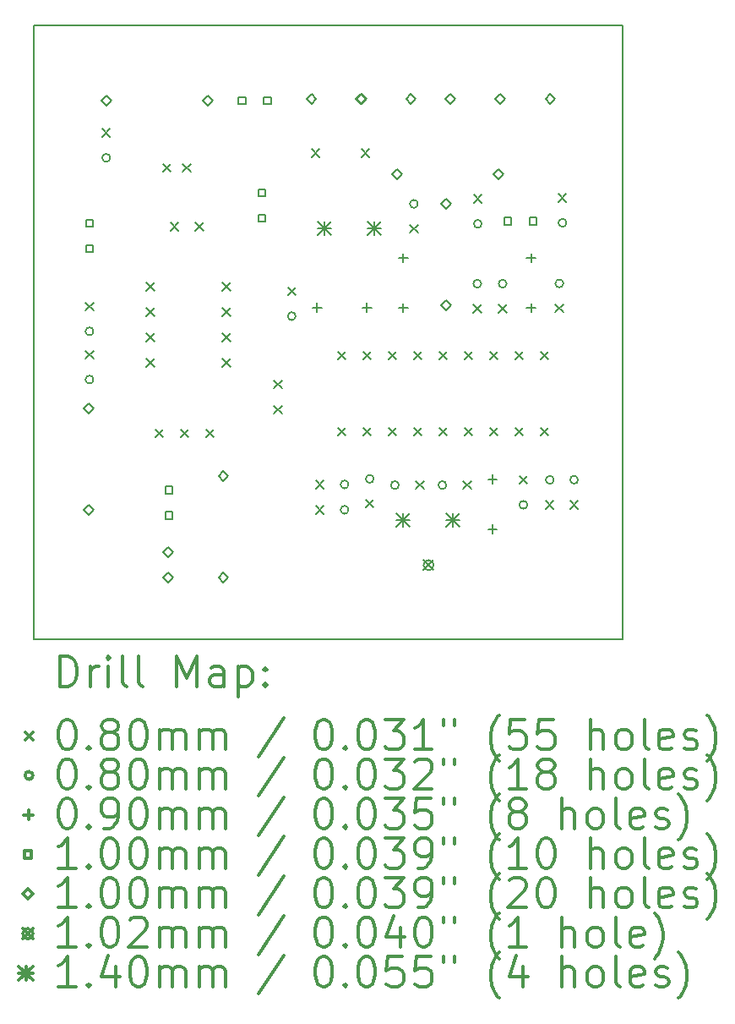
<source format=gbr>
%FSLAX45Y45*%
G04 Gerber Fmt 4.5, Leading zero omitted, Abs format (unit mm)*
G04 Created by KiCad (PCBNEW 4.0.2-stable) date Сб 01 окт 2016 22:47:07*
%MOMM*%
G01*
G04 APERTURE LIST*
%ADD10C,0.127000*%
%ADD11C,0.150000*%
%ADD12C,0.200000*%
%ADD13C,0.300000*%
G04 APERTURE END LIST*
D10*
D11*
X8061960Y-10744200D02*
X8061960Y-16891000D01*
X13959840Y-10744200D02*
X8061960Y-10744200D01*
X13959840Y-16891000D02*
X13959840Y-10744200D01*
X8061960Y-16891000D02*
X13959840Y-16891000D01*
D12*
X8580760Y-13518520D02*
X8660760Y-13598520D01*
X8660760Y-13518520D02*
X8580760Y-13598520D01*
X8580760Y-14001120D02*
X8660760Y-14081120D01*
X8660760Y-14001120D02*
X8580760Y-14081120D01*
X8748400Y-11781160D02*
X8828400Y-11861160D01*
X8828400Y-11781160D02*
X8748400Y-11861160D01*
X9190360Y-13320400D02*
X9270360Y-13400400D01*
X9270360Y-13320400D02*
X9190360Y-13400400D01*
X9190360Y-13574400D02*
X9270360Y-13654400D01*
X9270360Y-13574400D02*
X9190360Y-13654400D01*
X9190360Y-13828400D02*
X9270360Y-13908400D01*
X9270360Y-13828400D02*
X9190360Y-13908400D01*
X9190360Y-14082400D02*
X9270360Y-14162400D01*
X9270360Y-14082400D02*
X9190360Y-14162400D01*
X9281800Y-14791060D02*
X9361800Y-14871060D01*
X9361800Y-14791060D02*
X9281800Y-14871060D01*
X9356120Y-12131680D02*
X9436120Y-12211680D01*
X9436120Y-12131680D02*
X9356120Y-12211680D01*
X9433120Y-12720960D02*
X9513120Y-12800960D01*
X9513120Y-12720960D02*
X9433120Y-12800960D01*
X9535800Y-14791060D02*
X9615800Y-14871060D01*
X9615800Y-14791060D02*
X9535800Y-14871060D01*
X9556120Y-12131680D02*
X9636120Y-12211680D01*
X9636120Y-12131680D02*
X9556120Y-12211680D01*
X9683120Y-12720960D02*
X9763120Y-12800960D01*
X9763120Y-12720960D02*
X9683120Y-12800960D01*
X9789800Y-14791060D02*
X9869800Y-14871060D01*
X9869800Y-14791060D02*
X9789800Y-14871060D01*
X9952360Y-13320400D02*
X10032360Y-13400400D01*
X10032360Y-13320400D02*
X9952360Y-13400400D01*
X9952360Y-13574400D02*
X10032360Y-13654400D01*
X10032360Y-13574400D02*
X9952360Y-13654400D01*
X9952360Y-13828400D02*
X10032360Y-13908400D01*
X10032360Y-13828400D02*
X9952360Y-13908400D01*
X9952360Y-14082400D02*
X10032360Y-14162400D01*
X10032360Y-14082400D02*
X9952360Y-14162400D01*
X10470520Y-14300840D02*
X10550520Y-14380840D01*
X10550520Y-14300840D02*
X10470520Y-14380840D01*
X10470520Y-14550840D02*
X10550520Y-14630840D01*
X10550520Y-14550840D02*
X10470520Y-14630840D01*
X10607680Y-13366120D02*
X10687680Y-13446120D01*
X10687680Y-13366120D02*
X10607680Y-13446120D01*
X10844280Y-11984360D02*
X10924280Y-12064360D01*
X10924280Y-11984360D02*
X10844280Y-12064360D01*
X10887080Y-15301600D02*
X10967080Y-15381600D01*
X10967080Y-15301600D02*
X10887080Y-15381600D01*
X10887080Y-15555600D02*
X10967080Y-15635600D01*
X10967080Y-15555600D02*
X10887080Y-15635600D01*
X11110600Y-14012550D02*
X11190600Y-14092550D01*
X11190600Y-14012550D02*
X11110600Y-14092550D01*
X11110600Y-14774550D02*
X11190600Y-14854550D01*
X11190600Y-14774550D02*
X11110600Y-14854550D01*
X11344280Y-11984360D02*
X11424280Y-12064360D01*
X11424280Y-11984360D02*
X11344280Y-12064360D01*
X11364600Y-14012550D02*
X11444600Y-14092550D01*
X11444600Y-14012550D02*
X11364600Y-14092550D01*
X11364600Y-14774550D02*
X11444600Y-14854550D01*
X11444600Y-14774550D02*
X11364600Y-14854550D01*
X11390000Y-15494640D02*
X11470000Y-15574640D01*
X11470000Y-15494640D02*
X11390000Y-15574640D01*
X11618600Y-14012550D02*
X11698600Y-14092550D01*
X11698600Y-14012550D02*
X11618600Y-14092550D01*
X11618600Y-14774550D02*
X11698600Y-14854550D01*
X11698600Y-14774550D02*
X11618600Y-14854550D01*
X11831960Y-12741280D02*
X11911960Y-12821280D01*
X11911960Y-12741280D02*
X11831960Y-12821280D01*
X11872600Y-14012550D02*
X11952600Y-14092550D01*
X11952600Y-14012550D02*
X11872600Y-14092550D01*
X11872600Y-14774550D02*
X11952600Y-14854550D01*
X11952600Y-14774550D02*
X11872600Y-14854550D01*
X11891650Y-15307950D02*
X11971650Y-15387950D01*
X11971650Y-15307950D02*
X11891650Y-15387950D01*
X12126600Y-14012550D02*
X12206600Y-14092550D01*
X12206600Y-14012550D02*
X12126600Y-14092550D01*
X12126600Y-14774550D02*
X12206600Y-14854550D01*
X12206600Y-14774550D02*
X12126600Y-14854550D01*
X12367900Y-15307950D02*
X12447900Y-15387950D01*
X12447900Y-15307950D02*
X12367900Y-15387950D01*
X12380600Y-14012550D02*
X12460600Y-14092550D01*
X12460600Y-14012550D02*
X12380600Y-14092550D01*
X12380600Y-14774550D02*
X12460600Y-14854550D01*
X12460600Y-14774550D02*
X12380600Y-14854550D01*
X12466960Y-13541380D02*
X12546960Y-13621380D01*
X12546960Y-13541380D02*
X12466960Y-13621380D01*
X12472040Y-12441560D02*
X12552040Y-12521560D01*
X12552040Y-12441560D02*
X12472040Y-12521560D01*
X12634600Y-14012550D02*
X12714600Y-14092550D01*
X12714600Y-14012550D02*
X12634600Y-14092550D01*
X12634600Y-14774550D02*
X12714600Y-14854550D01*
X12714600Y-14774550D02*
X12634600Y-14854550D01*
X12720960Y-13541380D02*
X12800960Y-13621380D01*
X12800960Y-13541380D02*
X12720960Y-13621380D01*
X12888600Y-14012550D02*
X12968600Y-14092550D01*
X12968600Y-14012550D02*
X12888600Y-14092550D01*
X12888600Y-14774550D02*
X12968600Y-14854550D01*
X12968600Y-14774550D02*
X12888600Y-14854550D01*
X12929240Y-15255880D02*
X13009240Y-15335880D01*
X13009240Y-15255880D02*
X12929240Y-15335880D01*
X13142600Y-14012550D02*
X13222600Y-14092550D01*
X13222600Y-14012550D02*
X13142600Y-14092550D01*
X13142600Y-14774550D02*
X13222600Y-14854550D01*
X13222600Y-14774550D02*
X13142600Y-14854550D01*
X13193400Y-15504800D02*
X13273400Y-15584800D01*
X13273400Y-15504800D02*
X13193400Y-15584800D01*
X13289920Y-13538840D02*
X13369920Y-13618840D01*
X13369920Y-13538840D02*
X13289920Y-13618840D01*
X13320400Y-12431400D02*
X13400400Y-12511400D01*
X13400400Y-12431400D02*
X13320400Y-12511400D01*
X13437240Y-15504800D02*
X13517240Y-15584800D01*
X13517240Y-15504800D02*
X13437240Y-15584800D01*
X8660765Y-13808520D02*
G75*
G03X8660765Y-13808520I-40005J0D01*
G01*
X8660765Y-14291120D02*
G75*
G03X8660765Y-14291120I-40005J0D01*
G01*
X8828405Y-12071160D02*
G75*
G03X8828405Y-12071160I-40005J0D01*
G01*
X10687685Y-13656120D02*
G75*
G03X10687685Y-13656120I-40005J0D01*
G01*
X11217085Y-15341600D02*
G75*
G03X11217085Y-15341600I-40005J0D01*
G01*
X11217085Y-15595600D02*
G75*
G03X11217085Y-15595600I-40005J0D01*
G01*
X11470005Y-15284640D02*
G75*
G03X11470005Y-15284640I-40005J0D01*
G01*
X11721655Y-15347950D02*
G75*
G03X11721655Y-15347950I-40005J0D01*
G01*
X11911965Y-12531280D02*
G75*
G03X11911965Y-12531280I-40005J0D01*
G01*
X12197905Y-15347950D02*
G75*
G03X12197905Y-15347950I-40005J0D01*
G01*
X12546965Y-13331380D02*
G75*
G03X12546965Y-13331380I-40005J0D01*
G01*
X12552045Y-12731560D02*
G75*
G03X12552045Y-12731560I-40005J0D01*
G01*
X12800965Y-13331380D02*
G75*
G03X12800965Y-13331380I-40005J0D01*
G01*
X13009245Y-15545880D02*
G75*
G03X13009245Y-15545880I-40005J0D01*
G01*
X13273405Y-15294800D02*
G75*
G03X13273405Y-15294800I-40005J0D01*
G01*
X13369925Y-13328840D02*
G75*
G03X13369925Y-13328840I-40005J0D01*
G01*
X13400405Y-12721400D02*
G75*
G03X13400405Y-12721400I-40005J0D01*
G01*
X13517245Y-15294800D02*
G75*
G03X13517245Y-15294800I-40005J0D01*
G01*
X10901680Y-13523680D02*
X10901680Y-13613680D01*
X10856680Y-13568680D02*
X10946680Y-13568680D01*
X11401680Y-13523680D02*
X11401680Y-13613680D01*
X11356680Y-13568680D02*
X11446680Y-13568680D01*
X11765280Y-13028760D02*
X11765280Y-13118760D01*
X11720280Y-13073760D02*
X11810280Y-13073760D01*
X11765280Y-13528760D02*
X11765280Y-13618760D01*
X11720280Y-13573760D02*
X11810280Y-13573760D01*
X12659360Y-15243640D02*
X12659360Y-15333640D01*
X12614360Y-15288640D02*
X12704360Y-15288640D01*
X12659360Y-15743640D02*
X12659360Y-15833640D01*
X12614360Y-15788640D02*
X12704360Y-15788640D01*
X13045440Y-13028760D02*
X13045440Y-13118760D01*
X13000440Y-13073760D02*
X13090440Y-13073760D01*
X13045440Y-13528760D02*
X13045440Y-13618760D01*
X13000440Y-13573760D02*
X13090440Y-13573760D01*
X8656053Y-12760693D02*
X8656053Y-12690107D01*
X8585467Y-12690107D01*
X8585467Y-12760693D01*
X8656053Y-12760693D01*
X8656053Y-13014693D02*
X8656053Y-12944107D01*
X8585467Y-12944107D01*
X8585467Y-13014693D01*
X8656053Y-13014693D01*
X9452343Y-15431503D02*
X9452343Y-15360917D01*
X9381757Y-15360917D01*
X9381757Y-15431503D01*
X9452343Y-15431503D01*
X9452343Y-15685503D02*
X9452343Y-15614917D01*
X9381757Y-15614917D01*
X9381757Y-15685503D01*
X9452343Y-15685503D01*
X10185133Y-11531333D02*
X10185133Y-11460747D01*
X10114547Y-11460747D01*
X10114547Y-11531333D01*
X10185133Y-11531333D01*
X10383253Y-12455893D02*
X10383253Y-12385307D01*
X10312667Y-12385307D01*
X10312667Y-12455893D01*
X10383253Y-12455893D01*
X10383253Y-12709893D02*
X10383253Y-12639307D01*
X10312667Y-12639307D01*
X10312667Y-12709893D01*
X10383253Y-12709893D01*
X10439133Y-11531333D02*
X10439133Y-11460747D01*
X10368547Y-11460747D01*
X10368547Y-11531333D01*
X10439133Y-11531333D01*
X12847053Y-12740373D02*
X12847053Y-12669787D01*
X12776467Y-12669787D01*
X12776467Y-12740373D01*
X12847053Y-12740373D01*
X13101053Y-12740373D02*
X13101053Y-12669787D01*
X13030467Y-12669787D01*
X13030467Y-12740373D01*
X13101053Y-12740373D01*
X8615680Y-14629638D02*
X8665718Y-14579600D01*
X8615680Y-14529562D01*
X8565642Y-14579600D01*
X8615680Y-14629638D01*
X8615680Y-15645638D02*
X8665718Y-15595600D01*
X8615680Y-15545562D01*
X8565642Y-15595600D01*
X8615680Y-15645638D01*
X8788400Y-11546078D02*
X8838438Y-11496040D01*
X8788400Y-11446002D01*
X8738362Y-11496040D01*
X8788400Y-11546078D01*
X9410700Y-16068548D02*
X9460738Y-16018510D01*
X9410700Y-15968472D01*
X9360662Y-16018510D01*
X9410700Y-16068548D01*
X9410700Y-16322548D02*
X9460738Y-16272510D01*
X9410700Y-16222472D01*
X9360662Y-16272510D01*
X9410700Y-16322548D01*
X9804400Y-11546078D02*
X9854438Y-11496040D01*
X9804400Y-11446002D01*
X9754362Y-11496040D01*
X9804400Y-11546078D01*
X9963150Y-15306548D02*
X10013188Y-15256510D01*
X9963150Y-15206472D01*
X9913112Y-15256510D01*
X9963150Y-15306548D01*
X9963150Y-16322548D02*
X10013188Y-16272510D01*
X9963150Y-16222472D01*
X9913112Y-16272510D01*
X9963150Y-16322548D01*
X10844784Y-11530838D02*
X10894822Y-11480800D01*
X10844784Y-11430762D01*
X10794746Y-11480800D01*
X10844784Y-11530838D01*
X11342624Y-11530838D02*
X11392662Y-11480800D01*
X11342624Y-11430762D01*
X11292586Y-11480800D01*
X11342624Y-11530838D01*
X11344910Y-11530838D02*
X11394948Y-11480800D01*
X11344910Y-11430762D01*
X11294872Y-11480800D01*
X11344910Y-11530838D01*
X11704320Y-12282678D02*
X11754358Y-12232640D01*
X11704320Y-12182602D01*
X11654282Y-12232640D01*
X11704320Y-12282678D01*
X11842750Y-11530838D02*
X11892788Y-11480800D01*
X11842750Y-11430762D01*
X11792712Y-11480800D01*
X11842750Y-11530838D01*
X12192000Y-12578588D02*
X12242038Y-12528550D01*
X12192000Y-12478512D01*
X12141962Y-12528550D01*
X12192000Y-12578588D01*
X12192000Y-13594588D02*
X12242038Y-13544550D01*
X12192000Y-13494512D01*
X12141962Y-13544550D01*
X12192000Y-13594588D01*
X12237720Y-11532108D02*
X12287758Y-11482070D01*
X12237720Y-11432032D01*
X12187682Y-11482070D01*
X12237720Y-11532108D01*
X12720320Y-12282678D02*
X12770358Y-12232640D01*
X12720320Y-12182602D01*
X12670282Y-12232640D01*
X12720320Y-12282678D01*
X12737846Y-11532108D02*
X12787884Y-11482070D01*
X12737846Y-11432032D01*
X12687808Y-11482070D01*
X12737846Y-11532108D01*
X12739370Y-11530838D02*
X12789408Y-11480800D01*
X12739370Y-11430762D01*
X12689332Y-11480800D01*
X12739370Y-11530838D01*
X13239496Y-11530838D02*
X13289534Y-11480800D01*
X13239496Y-11430762D01*
X13189458Y-11480800D01*
X13239496Y-11530838D01*
X11968480Y-16098520D02*
X12070080Y-16200120D01*
X12070080Y-16098520D02*
X11968480Y-16200120D01*
X12070080Y-16149320D02*
G75*
G03X12070080Y-16149320I-50800J0D01*
G01*
X10906887Y-12706223D02*
X11046841Y-12846177D01*
X11046841Y-12706223D02*
X10906887Y-12846177D01*
X10976864Y-12706223D02*
X10976864Y-12846177D01*
X10906887Y-12776200D02*
X11046841Y-12776200D01*
X11406759Y-12706223D02*
X11546713Y-12846177D01*
X11546713Y-12706223D02*
X11406759Y-12846177D01*
X11476736Y-12706223D02*
X11476736Y-12846177D01*
X11406759Y-12776200D02*
X11546713Y-12776200D01*
X11694287Y-15627223D02*
X11834241Y-15767177D01*
X11834241Y-15627223D02*
X11694287Y-15767177D01*
X11764264Y-15627223D02*
X11764264Y-15767177D01*
X11694287Y-15697200D02*
X11834241Y-15697200D01*
X12194159Y-15627223D02*
X12334113Y-15767177D01*
X12334113Y-15627223D02*
X12194159Y-15767177D01*
X12264136Y-15627223D02*
X12264136Y-15767177D01*
X12194159Y-15697200D02*
X12334113Y-15697200D01*
D13*
X8325888Y-17364214D02*
X8325888Y-17064214D01*
X8397317Y-17064214D01*
X8440174Y-17078500D01*
X8468746Y-17107072D01*
X8483031Y-17135643D01*
X8497317Y-17192786D01*
X8497317Y-17235643D01*
X8483031Y-17292786D01*
X8468746Y-17321357D01*
X8440174Y-17349929D01*
X8397317Y-17364214D01*
X8325888Y-17364214D01*
X8625889Y-17364214D02*
X8625889Y-17164214D01*
X8625889Y-17221357D02*
X8640174Y-17192786D01*
X8654460Y-17178500D01*
X8683031Y-17164214D01*
X8711603Y-17164214D01*
X8811603Y-17364214D02*
X8811603Y-17164214D01*
X8811603Y-17064214D02*
X8797317Y-17078500D01*
X8811603Y-17092786D01*
X8825889Y-17078500D01*
X8811603Y-17064214D01*
X8811603Y-17092786D01*
X8997317Y-17364214D02*
X8968746Y-17349929D01*
X8954460Y-17321357D01*
X8954460Y-17064214D01*
X9154460Y-17364214D02*
X9125889Y-17349929D01*
X9111603Y-17321357D01*
X9111603Y-17064214D01*
X9497317Y-17364214D02*
X9497317Y-17064214D01*
X9597317Y-17278500D01*
X9697317Y-17064214D01*
X9697317Y-17364214D01*
X9968746Y-17364214D02*
X9968746Y-17207072D01*
X9954460Y-17178500D01*
X9925889Y-17164214D01*
X9868746Y-17164214D01*
X9840174Y-17178500D01*
X9968746Y-17349929D02*
X9940174Y-17364214D01*
X9868746Y-17364214D01*
X9840174Y-17349929D01*
X9825889Y-17321357D01*
X9825889Y-17292786D01*
X9840174Y-17264214D01*
X9868746Y-17249929D01*
X9940174Y-17249929D01*
X9968746Y-17235643D01*
X10111603Y-17164214D02*
X10111603Y-17464214D01*
X10111603Y-17178500D02*
X10140174Y-17164214D01*
X10197317Y-17164214D01*
X10225889Y-17178500D01*
X10240174Y-17192786D01*
X10254460Y-17221357D01*
X10254460Y-17307072D01*
X10240174Y-17335643D01*
X10225889Y-17349929D01*
X10197317Y-17364214D01*
X10140174Y-17364214D01*
X10111603Y-17349929D01*
X10383031Y-17335643D02*
X10397317Y-17349929D01*
X10383031Y-17364214D01*
X10368746Y-17349929D01*
X10383031Y-17335643D01*
X10383031Y-17364214D01*
X10383031Y-17178500D02*
X10397317Y-17192786D01*
X10383031Y-17207072D01*
X10368746Y-17192786D01*
X10383031Y-17178500D01*
X10383031Y-17207072D01*
X7974460Y-17818500D02*
X8054460Y-17898500D01*
X8054460Y-17818500D02*
X7974460Y-17898500D01*
X8383031Y-17694214D02*
X8411603Y-17694214D01*
X8440174Y-17708500D01*
X8454460Y-17722786D01*
X8468746Y-17751357D01*
X8483031Y-17808500D01*
X8483031Y-17879929D01*
X8468746Y-17937072D01*
X8454460Y-17965643D01*
X8440174Y-17979929D01*
X8411603Y-17994214D01*
X8383031Y-17994214D01*
X8354460Y-17979929D01*
X8340174Y-17965643D01*
X8325888Y-17937072D01*
X8311603Y-17879929D01*
X8311603Y-17808500D01*
X8325888Y-17751357D01*
X8340174Y-17722786D01*
X8354460Y-17708500D01*
X8383031Y-17694214D01*
X8611603Y-17965643D02*
X8625889Y-17979929D01*
X8611603Y-17994214D01*
X8597317Y-17979929D01*
X8611603Y-17965643D01*
X8611603Y-17994214D01*
X8797317Y-17822786D02*
X8768746Y-17808500D01*
X8754460Y-17794214D01*
X8740174Y-17765643D01*
X8740174Y-17751357D01*
X8754460Y-17722786D01*
X8768746Y-17708500D01*
X8797317Y-17694214D01*
X8854460Y-17694214D01*
X8883031Y-17708500D01*
X8897317Y-17722786D01*
X8911603Y-17751357D01*
X8911603Y-17765643D01*
X8897317Y-17794214D01*
X8883031Y-17808500D01*
X8854460Y-17822786D01*
X8797317Y-17822786D01*
X8768746Y-17837072D01*
X8754460Y-17851357D01*
X8740174Y-17879929D01*
X8740174Y-17937072D01*
X8754460Y-17965643D01*
X8768746Y-17979929D01*
X8797317Y-17994214D01*
X8854460Y-17994214D01*
X8883031Y-17979929D01*
X8897317Y-17965643D01*
X8911603Y-17937072D01*
X8911603Y-17879929D01*
X8897317Y-17851357D01*
X8883031Y-17837072D01*
X8854460Y-17822786D01*
X9097317Y-17694214D02*
X9125889Y-17694214D01*
X9154460Y-17708500D01*
X9168746Y-17722786D01*
X9183031Y-17751357D01*
X9197317Y-17808500D01*
X9197317Y-17879929D01*
X9183031Y-17937072D01*
X9168746Y-17965643D01*
X9154460Y-17979929D01*
X9125889Y-17994214D01*
X9097317Y-17994214D01*
X9068746Y-17979929D01*
X9054460Y-17965643D01*
X9040174Y-17937072D01*
X9025889Y-17879929D01*
X9025889Y-17808500D01*
X9040174Y-17751357D01*
X9054460Y-17722786D01*
X9068746Y-17708500D01*
X9097317Y-17694214D01*
X9325889Y-17994214D02*
X9325889Y-17794214D01*
X9325889Y-17822786D02*
X9340174Y-17808500D01*
X9368746Y-17794214D01*
X9411603Y-17794214D01*
X9440174Y-17808500D01*
X9454460Y-17837072D01*
X9454460Y-17994214D01*
X9454460Y-17837072D02*
X9468746Y-17808500D01*
X9497317Y-17794214D01*
X9540174Y-17794214D01*
X9568746Y-17808500D01*
X9583031Y-17837072D01*
X9583031Y-17994214D01*
X9725889Y-17994214D02*
X9725889Y-17794214D01*
X9725889Y-17822786D02*
X9740174Y-17808500D01*
X9768746Y-17794214D01*
X9811603Y-17794214D01*
X9840174Y-17808500D01*
X9854460Y-17837072D01*
X9854460Y-17994214D01*
X9854460Y-17837072D02*
X9868746Y-17808500D01*
X9897317Y-17794214D01*
X9940174Y-17794214D01*
X9968746Y-17808500D01*
X9983031Y-17837072D01*
X9983031Y-17994214D01*
X10568746Y-17679929D02*
X10311603Y-18065643D01*
X10954460Y-17694214D02*
X10983031Y-17694214D01*
X11011603Y-17708500D01*
X11025888Y-17722786D01*
X11040174Y-17751357D01*
X11054460Y-17808500D01*
X11054460Y-17879929D01*
X11040174Y-17937072D01*
X11025888Y-17965643D01*
X11011603Y-17979929D01*
X10983031Y-17994214D01*
X10954460Y-17994214D01*
X10925888Y-17979929D01*
X10911603Y-17965643D01*
X10897317Y-17937072D01*
X10883031Y-17879929D01*
X10883031Y-17808500D01*
X10897317Y-17751357D01*
X10911603Y-17722786D01*
X10925888Y-17708500D01*
X10954460Y-17694214D01*
X11183031Y-17965643D02*
X11197317Y-17979929D01*
X11183031Y-17994214D01*
X11168746Y-17979929D01*
X11183031Y-17965643D01*
X11183031Y-17994214D01*
X11383031Y-17694214D02*
X11411603Y-17694214D01*
X11440174Y-17708500D01*
X11454460Y-17722786D01*
X11468745Y-17751357D01*
X11483031Y-17808500D01*
X11483031Y-17879929D01*
X11468745Y-17937072D01*
X11454460Y-17965643D01*
X11440174Y-17979929D01*
X11411603Y-17994214D01*
X11383031Y-17994214D01*
X11354460Y-17979929D01*
X11340174Y-17965643D01*
X11325888Y-17937072D01*
X11311603Y-17879929D01*
X11311603Y-17808500D01*
X11325888Y-17751357D01*
X11340174Y-17722786D01*
X11354460Y-17708500D01*
X11383031Y-17694214D01*
X11583031Y-17694214D02*
X11768745Y-17694214D01*
X11668745Y-17808500D01*
X11711603Y-17808500D01*
X11740174Y-17822786D01*
X11754460Y-17837072D01*
X11768745Y-17865643D01*
X11768745Y-17937072D01*
X11754460Y-17965643D01*
X11740174Y-17979929D01*
X11711603Y-17994214D01*
X11625888Y-17994214D01*
X11597317Y-17979929D01*
X11583031Y-17965643D01*
X12054460Y-17994214D02*
X11883031Y-17994214D01*
X11968745Y-17994214D02*
X11968745Y-17694214D01*
X11940174Y-17737072D01*
X11911603Y-17765643D01*
X11883031Y-17779929D01*
X12168746Y-17694214D02*
X12168746Y-17751357D01*
X12283031Y-17694214D02*
X12283031Y-17751357D01*
X12725888Y-18108500D02*
X12711603Y-18094214D01*
X12683031Y-18051357D01*
X12668745Y-18022786D01*
X12654460Y-17979929D01*
X12640174Y-17908500D01*
X12640174Y-17851357D01*
X12654460Y-17779929D01*
X12668745Y-17737072D01*
X12683031Y-17708500D01*
X12711603Y-17665643D01*
X12725888Y-17651357D01*
X12983031Y-17694214D02*
X12840174Y-17694214D01*
X12825888Y-17837072D01*
X12840174Y-17822786D01*
X12868745Y-17808500D01*
X12940174Y-17808500D01*
X12968745Y-17822786D01*
X12983031Y-17837072D01*
X12997317Y-17865643D01*
X12997317Y-17937072D01*
X12983031Y-17965643D01*
X12968745Y-17979929D01*
X12940174Y-17994214D01*
X12868745Y-17994214D01*
X12840174Y-17979929D01*
X12825888Y-17965643D01*
X13268745Y-17694214D02*
X13125888Y-17694214D01*
X13111603Y-17837072D01*
X13125888Y-17822786D01*
X13154460Y-17808500D01*
X13225888Y-17808500D01*
X13254460Y-17822786D01*
X13268745Y-17837072D01*
X13283031Y-17865643D01*
X13283031Y-17937072D01*
X13268745Y-17965643D01*
X13254460Y-17979929D01*
X13225888Y-17994214D01*
X13154460Y-17994214D01*
X13125888Y-17979929D01*
X13111603Y-17965643D01*
X13640174Y-17994214D02*
X13640174Y-17694214D01*
X13768745Y-17994214D02*
X13768745Y-17837072D01*
X13754460Y-17808500D01*
X13725888Y-17794214D01*
X13683031Y-17794214D01*
X13654460Y-17808500D01*
X13640174Y-17822786D01*
X13954460Y-17994214D02*
X13925888Y-17979929D01*
X13911603Y-17965643D01*
X13897317Y-17937072D01*
X13897317Y-17851357D01*
X13911603Y-17822786D01*
X13925888Y-17808500D01*
X13954460Y-17794214D01*
X13997317Y-17794214D01*
X14025888Y-17808500D01*
X14040174Y-17822786D01*
X14054460Y-17851357D01*
X14054460Y-17937072D01*
X14040174Y-17965643D01*
X14025888Y-17979929D01*
X13997317Y-17994214D01*
X13954460Y-17994214D01*
X14225888Y-17994214D02*
X14197317Y-17979929D01*
X14183031Y-17951357D01*
X14183031Y-17694214D01*
X14454460Y-17979929D02*
X14425888Y-17994214D01*
X14368746Y-17994214D01*
X14340174Y-17979929D01*
X14325888Y-17951357D01*
X14325888Y-17837072D01*
X14340174Y-17808500D01*
X14368746Y-17794214D01*
X14425888Y-17794214D01*
X14454460Y-17808500D01*
X14468746Y-17837072D01*
X14468746Y-17865643D01*
X14325888Y-17894214D01*
X14583031Y-17979929D02*
X14611603Y-17994214D01*
X14668746Y-17994214D01*
X14697317Y-17979929D01*
X14711603Y-17951357D01*
X14711603Y-17937072D01*
X14697317Y-17908500D01*
X14668746Y-17894214D01*
X14625888Y-17894214D01*
X14597317Y-17879929D01*
X14583031Y-17851357D01*
X14583031Y-17837072D01*
X14597317Y-17808500D01*
X14625888Y-17794214D01*
X14668746Y-17794214D01*
X14697317Y-17808500D01*
X14811603Y-18108500D02*
X14825888Y-18094214D01*
X14854460Y-18051357D01*
X14868746Y-18022786D01*
X14883031Y-17979929D01*
X14897317Y-17908500D01*
X14897317Y-17851357D01*
X14883031Y-17779929D01*
X14868746Y-17737072D01*
X14854460Y-17708500D01*
X14825888Y-17665643D01*
X14811603Y-17651357D01*
X8054460Y-18254500D02*
G75*
G03X8054460Y-18254500I-40005J0D01*
G01*
X8383031Y-18090214D02*
X8411603Y-18090214D01*
X8440174Y-18104500D01*
X8454460Y-18118786D01*
X8468746Y-18147357D01*
X8483031Y-18204500D01*
X8483031Y-18275929D01*
X8468746Y-18333072D01*
X8454460Y-18361643D01*
X8440174Y-18375929D01*
X8411603Y-18390214D01*
X8383031Y-18390214D01*
X8354460Y-18375929D01*
X8340174Y-18361643D01*
X8325888Y-18333072D01*
X8311603Y-18275929D01*
X8311603Y-18204500D01*
X8325888Y-18147357D01*
X8340174Y-18118786D01*
X8354460Y-18104500D01*
X8383031Y-18090214D01*
X8611603Y-18361643D02*
X8625889Y-18375929D01*
X8611603Y-18390214D01*
X8597317Y-18375929D01*
X8611603Y-18361643D01*
X8611603Y-18390214D01*
X8797317Y-18218786D02*
X8768746Y-18204500D01*
X8754460Y-18190214D01*
X8740174Y-18161643D01*
X8740174Y-18147357D01*
X8754460Y-18118786D01*
X8768746Y-18104500D01*
X8797317Y-18090214D01*
X8854460Y-18090214D01*
X8883031Y-18104500D01*
X8897317Y-18118786D01*
X8911603Y-18147357D01*
X8911603Y-18161643D01*
X8897317Y-18190214D01*
X8883031Y-18204500D01*
X8854460Y-18218786D01*
X8797317Y-18218786D01*
X8768746Y-18233072D01*
X8754460Y-18247357D01*
X8740174Y-18275929D01*
X8740174Y-18333072D01*
X8754460Y-18361643D01*
X8768746Y-18375929D01*
X8797317Y-18390214D01*
X8854460Y-18390214D01*
X8883031Y-18375929D01*
X8897317Y-18361643D01*
X8911603Y-18333072D01*
X8911603Y-18275929D01*
X8897317Y-18247357D01*
X8883031Y-18233072D01*
X8854460Y-18218786D01*
X9097317Y-18090214D02*
X9125889Y-18090214D01*
X9154460Y-18104500D01*
X9168746Y-18118786D01*
X9183031Y-18147357D01*
X9197317Y-18204500D01*
X9197317Y-18275929D01*
X9183031Y-18333072D01*
X9168746Y-18361643D01*
X9154460Y-18375929D01*
X9125889Y-18390214D01*
X9097317Y-18390214D01*
X9068746Y-18375929D01*
X9054460Y-18361643D01*
X9040174Y-18333072D01*
X9025889Y-18275929D01*
X9025889Y-18204500D01*
X9040174Y-18147357D01*
X9054460Y-18118786D01*
X9068746Y-18104500D01*
X9097317Y-18090214D01*
X9325889Y-18390214D02*
X9325889Y-18190214D01*
X9325889Y-18218786D02*
X9340174Y-18204500D01*
X9368746Y-18190214D01*
X9411603Y-18190214D01*
X9440174Y-18204500D01*
X9454460Y-18233072D01*
X9454460Y-18390214D01*
X9454460Y-18233072D02*
X9468746Y-18204500D01*
X9497317Y-18190214D01*
X9540174Y-18190214D01*
X9568746Y-18204500D01*
X9583031Y-18233072D01*
X9583031Y-18390214D01*
X9725889Y-18390214D02*
X9725889Y-18190214D01*
X9725889Y-18218786D02*
X9740174Y-18204500D01*
X9768746Y-18190214D01*
X9811603Y-18190214D01*
X9840174Y-18204500D01*
X9854460Y-18233072D01*
X9854460Y-18390214D01*
X9854460Y-18233072D02*
X9868746Y-18204500D01*
X9897317Y-18190214D01*
X9940174Y-18190214D01*
X9968746Y-18204500D01*
X9983031Y-18233072D01*
X9983031Y-18390214D01*
X10568746Y-18075929D02*
X10311603Y-18461643D01*
X10954460Y-18090214D02*
X10983031Y-18090214D01*
X11011603Y-18104500D01*
X11025888Y-18118786D01*
X11040174Y-18147357D01*
X11054460Y-18204500D01*
X11054460Y-18275929D01*
X11040174Y-18333072D01*
X11025888Y-18361643D01*
X11011603Y-18375929D01*
X10983031Y-18390214D01*
X10954460Y-18390214D01*
X10925888Y-18375929D01*
X10911603Y-18361643D01*
X10897317Y-18333072D01*
X10883031Y-18275929D01*
X10883031Y-18204500D01*
X10897317Y-18147357D01*
X10911603Y-18118786D01*
X10925888Y-18104500D01*
X10954460Y-18090214D01*
X11183031Y-18361643D02*
X11197317Y-18375929D01*
X11183031Y-18390214D01*
X11168746Y-18375929D01*
X11183031Y-18361643D01*
X11183031Y-18390214D01*
X11383031Y-18090214D02*
X11411603Y-18090214D01*
X11440174Y-18104500D01*
X11454460Y-18118786D01*
X11468745Y-18147357D01*
X11483031Y-18204500D01*
X11483031Y-18275929D01*
X11468745Y-18333072D01*
X11454460Y-18361643D01*
X11440174Y-18375929D01*
X11411603Y-18390214D01*
X11383031Y-18390214D01*
X11354460Y-18375929D01*
X11340174Y-18361643D01*
X11325888Y-18333072D01*
X11311603Y-18275929D01*
X11311603Y-18204500D01*
X11325888Y-18147357D01*
X11340174Y-18118786D01*
X11354460Y-18104500D01*
X11383031Y-18090214D01*
X11583031Y-18090214D02*
X11768745Y-18090214D01*
X11668745Y-18204500D01*
X11711603Y-18204500D01*
X11740174Y-18218786D01*
X11754460Y-18233072D01*
X11768745Y-18261643D01*
X11768745Y-18333072D01*
X11754460Y-18361643D01*
X11740174Y-18375929D01*
X11711603Y-18390214D01*
X11625888Y-18390214D01*
X11597317Y-18375929D01*
X11583031Y-18361643D01*
X11883031Y-18118786D02*
X11897317Y-18104500D01*
X11925888Y-18090214D01*
X11997317Y-18090214D01*
X12025888Y-18104500D01*
X12040174Y-18118786D01*
X12054460Y-18147357D01*
X12054460Y-18175929D01*
X12040174Y-18218786D01*
X11868745Y-18390214D01*
X12054460Y-18390214D01*
X12168746Y-18090214D02*
X12168746Y-18147357D01*
X12283031Y-18090214D02*
X12283031Y-18147357D01*
X12725888Y-18504500D02*
X12711603Y-18490214D01*
X12683031Y-18447357D01*
X12668745Y-18418786D01*
X12654460Y-18375929D01*
X12640174Y-18304500D01*
X12640174Y-18247357D01*
X12654460Y-18175929D01*
X12668745Y-18133072D01*
X12683031Y-18104500D01*
X12711603Y-18061643D01*
X12725888Y-18047357D01*
X12997317Y-18390214D02*
X12825888Y-18390214D01*
X12911603Y-18390214D02*
X12911603Y-18090214D01*
X12883031Y-18133072D01*
X12854460Y-18161643D01*
X12825888Y-18175929D01*
X13168745Y-18218786D02*
X13140174Y-18204500D01*
X13125888Y-18190214D01*
X13111603Y-18161643D01*
X13111603Y-18147357D01*
X13125888Y-18118786D01*
X13140174Y-18104500D01*
X13168745Y-18090214D01*
X13225888Y-18090214D01*
X13254460Y-18104500D01*
X13268745Y-18118786D01*
X13283031Y-18147357D01*
X13283031Y-18161643D01*
X13268745Y-18190214D01*
X13254460Y-18204500D01*
X13225888Y-18218786D01*
X13168745Y-18218786D01*
X13140174Y-18233072D01*
X13125888Y-18247357D01*
X13111603Y-18275929D01*
X13111603Y-18333072D01*
X13125888Y-18361643D01*
X13140174Y-18375929D01*
X13168745Y-18390214D01*
X13225888Y-18390214D01*
X13254460Y-18375929D01*
X13268745Y-18361643D01*
X13283031Y-18333072D01*
X13283031Y-18275929D01*
X13268745Y-18247357D01*
X13254460Y-18233072D01*
X13225888Y-18218786D01*
X13640174Y-18390214D02*
X13640174Y-18090214D01*
X13768745Y-18390214D02*
X13768745Y-18233072D01*
X13754460Y-18204500D01*
X13725888Y-18190214D01*
X13683031Y-18190214D01*
X13654460Y-18204500D01*
X13640174Y-18218786D01*
X13954460Y-18390214D02*
X13925888Y-18375929D01*
X13911603Y-18361643D01*
X13897317Y-18333072D01*
X13897317Y-18247357D01*
X13911603Y-18218786D01*
X13925888Y-18204500D01*
X13954460Y-18190214D01*
X13997317Y-18190214D01*
X14025888Y-18204500D01*
X14040174Y-18218786D01*
X14054460Y-18247357D01*
X14054460Y-18333072D01*
X14040174Y-18361643D01*
X14025888Y-18375929D01*
X13997317Y-18390214D01*
X13954460Y-18390214D01*
X14225888Y-18390214D02*
X14197317Y-18375929D01*
X14183031Y-18347357D01*
X14183031Y-18090214D01*
X14454460Y-18375929D02*
X14425888Y-18390214D01*
X14368746Y-18390214D01*
X14340174Y-18375929D01*
X14325888Y-18347357D01*
X14325888Y-18233072D01*
X14340174Y-18204500D01*
X14368746Y-18190214D01*
X14425888Y-18190214D01*
X14454460Y-18204500D01*
X14468746Y-18233072D01*
X14468746Y-18261643D01*
X14325888Y-18290214D01*
X14583031Y-18375929D02*
X14611603Y-18390214D01*
X14668746Y-18390214D01*
X14697317Y-18375929D01*
X14711603Y-18347357D01*
X14711603Y-18333072D01*
X14697317Y-18304500D01*
X14668746Y-18290214D01*
X14625888Y-18290214D01*
X14597317Y-18275929D01*
X14583031Y-18247357D01*
X14583031Y-18233072D01*
X14597317Y-18204500D01*
X14625888Y-18190214D01*
X14668746Y-18190214D01*
X14697317Y-18204500D01*
X14811603Y-18504500D02*
X14825888Y-18490214D01*
X14854460Y-18447357D01*
X14868746Y-18418786D01*
X14883031Y-18375929D01*
X14897317Y-18304500D01*
X14897317Y-18247357D01*
X14883031Y-18175929D01*
X14868746Y-18133072D01*
X14854460Y-18104500D01*
X14825888Y-18061643D01*
X14811603Y-18047357D01*
X8009460Y-18605500D02*
X8009460Y-18695500D01*
X7964460Y-18650500D02*
X8054460Y-18650500D01*
X8383031Y-18486214D02*
X8411603Y-18486214D01*
X8440174Y-18500500D01*
X8454460Y-18514786D01*
X8468746Y-18543357D01*
X8483031Y-18600500D01*
X8483031Y-18671929D01*
X8468746Y-18729072D01*
X8454460Y-18757643D01*
X8440174Y-18771929D01*
X8411603Y-18786214D01*
X8383031Y-18786214D01*
X8354460Y-18771929D01*
X8340174Y-18757643D01*
X8325888Y-18729072D01*
X8311603Y-18671929D01*
X8311603Y-18600500D01*
X8325888Y-18543357D01*
X8340174Y-18514786D01*
X8354460Y-18500500D01*
X8383031Y-18486214D01*
X8611603Y-18757643D02*
X8625889Y-18771929D01*
X8611603Y-18786214D01*
X8597317Y-18771929D01*
X8611603Y-18757643D01*
X8611603Y-18786214D01*
X8768746Y-18786214D02*
X8825888Y-18786214D01*
X8854460Y-18771929D01*
X8868746Y-18757643D01*
X8897317Y-18714786D01*
X8911603Y-18657643D01*
X8911603Y-18543357D01*
X8897317Y-18514786D01*
X8883031Y-18500500D01*
X8854460Y-18486214D01*
X8797317Y-18486214D01*
X8768746Y-18500500D01*
X8754460Y-18514786D01*
X8740174Y-18543357D01*
X8740174Y-18614786D01*
X8754460Y-18643357D01*
X8768746Y-18657643D01*
X8797317Y-18671929D01*
X8854460Y-18671929D01*
X8883031Y-18657643D01*
X8897317Y-18643357D01*
X8911603Y-18614786D01*
X9097317Y-18486214D02*
X9125889Y-18486214D01*
X9154460Y-18500500D01*
X9168746Y-18514786D01*
X9183031Y-18543357D01*
X9197317Y-18600500D01*
X9197317Y-18671929D01*
X9183031Y-18729072D01*
X9168746Y-18757643D01*
X9154460Y-18771929D01*
X9125889Y-18786214D01*
X9097317Y-18786214D01*
X9068746Y-18771929D01*
X9054460Y-18757643D01*
X9040174Y-18729072D01*
X9025889Y-18671929D01*
X9025889Y-18600500D01*
X9040174Y-18543357D01*
X9054460Y-18514786D01*
X9068746Y-18500500D01*
X9097317Y-18486214D01*
X9325889Y-18786214D02*
X9325889Y-18586214D01*
X9325889Y-18614786D02*
X9340174Y-18600500D01*
X9368746Y-18586214D01*
X9411603Y-18586214D01*
X9440174Y-18600500D01*
X9454460Y-18629072D01*
X9454460Y-18786214D01*
X9454460Y-18629072D02*
X9468746Y-18600500D01*
X9497317Y-18586214D01*
X9540174Y-18586214D01*
X9568746Y-18600500D01*
X9583031Y-18629072D01*
X9583031Y-18786214D01*
X9725889Y-18786214D02*
X9725889Y-18586214D01*
X9725889Y-18614786D02*
X9740174Y-18600500D01*
X9768746Y-18586214D01*
X9811603Y-18586214D01*
X9840174Y-18600500D01*
X9854460Y-18629072D01*
X9854460Y-18786214D01*
X9854460Y-18629072D02*
X9868746Y-18600500D01*
X9897317Y-18586214D01*
X9940174Y-18586214D01*
X9968746Y-18600500D01*
X9983031Y-18629072D01*
X9983031Y-18786214D01*
X10568746Y-18471929D02*
X10311603Y-18857643D01*
X10954460Y-18486214D02*
X10983031Y-18486214D01*
X11011603Y-18500500D01*
X11025888Y-18514786D01*
X11040174Y-18543357D01*
X11054460Y-18600500D01*
X11054460Y-18671929D01*
X11040174Y-18729072D01*
X11025888Y-18757643D01*
X11011603Y-18771929D01*
X10983031Y-18786214D01*
X10954460Y-18786214D01*
X10925888Y-18771929D01*
X10911603Y-18757643D01*
X10897317Y-18729072D01*
X10883031Y-18671929D01*
X10883031Y-18600500D01*
X10897317Y-18543357D01*
X10911603Y-18514786D01*
X10925888Y-18500500D01*
X10954460Y-18486214D01*
X11183031Y-18757643D02*
X11197317Y-18771929D01*
X11183031Y-18786214D01*
X11168746Y-18771929D01*
X11183031Y-18757643D01*
X11183031Y-18786214D01*
X11383031Y-18486214D02*
X11411603Y-18486214D01*
X11440174Y-18500500D01*
X11454460Y-18514786D01*
X11468745Y-18543357D01*
X11483031Y-18600500D01*
X11483031Y-18671929D01*
X11468745Y-18729072D01*
X11454460Y-18757643D01*
X11440174Y-18771929D01*
X11411603Y-18786214D01*
X11383031Y-18786214D01*
X11354460Y-18771929D01*
X11340174Y-18757643D01*
X11325888Y-18729072D01*
X11311603Y-18671929D01*
X11311603Y-18600500D01*
X11325888Y-18543357D01*
X11340174Y-18514786D01*
X11354460Y-18500500D01*
X11383031Y-18486214D01*
X11583031Y-18486214D02*
X11768745Y-18486214D01*
X11668745Y-18600500D01*
X11711603Y-18600500D01*
X11740174Y-18614786D01*
X11754460Y-18629072D01*
X11768745Y-18657643D01*
X11768745Y-18729072D01*
X11754460Y-18757643D01*
X11740174Y-18771929D01*
X11711603Y-18786214D01*
X11625888Y-18786214D01*
X11597317Y-18771929D01*
X11583031Y-18757643D01*
X12040174Y-18486214D02*
X11897317Y-18486214D01*
X11883031Y-18629072D01*
X11897317Y-18614786D01*
X11925888Y-18600500D01*
X11997317Y-18600500D01*
X12025888Y-18614786D01*
X12040174Y-18629072D01*
X12054460Y-18657643D01*
X12054460Y-18729072D01*
X12040174Y-18757643D01*
X12025888Y-18771929D01*
X11997317Y-18786214D01*
X11925888Y-18786214D01*
X11897317Y-18771929D01*
X11883031Y-18757643D01*
X12168746Y-18486214D02*
X12168746Y-18543357D01*
X12283031Y-18486214D02*
X12283031Y-18543357D01*
X12725888Y-18900500D02*
X12711603Y-18886214D01*
X12683031Y-18843357D01*
X12668745Y-18814786D01*
X12654460Y-18771929D01*
X12640174Y-18700500D01*
X12640174Y-18643357D01*
X12654460Y-18571929D01*
X12668745Y-18529072D01*
X12683031Y-18500500D01*
X12711603Y-18457643D01*
X12725888Y-18443357D01*
X12883031Y-18614786D02*
X12854460Y-18600500D01*
X12840174Y-18586214D01*
X12825888Y-18557643D01*
X12825888Y-18543357D01*
X12840174Y-18514786D01*
X12854460Y-18500500D01*
X12883031Y-18486214D01*
X12940174Y-18486214D01*
X12968745Y-18500500D01*
X12983031Y-18514786D01*
X12997317Y-18543357D01*
X12997317Y-18557643D01*
X12983031Y-18586214D01*
X12968745Y-18600500D01*
X12940174Y-18614786D01*
X12883031Y-18614786D01*
X12854460Y-18629072D01*
X12840174Y-18643357D01*
X12825888Y-18671929D01*
X12825888Y-18729072D01*
X12840174Y-18757643D01*
X12854460Y-18771929D01*
X12883031Y-18786214D01*
X12940174Y-18786214D01*
X12968745Y-18771929D01*
X12983031Y-18757643D01*
X12997317Y-18729072D01*
X12997317Y-18671929D01*
X12983031Y-18643357D01*
X12968745Y-18629072D01*
X12940174Y-18614786D01*
X13354460Y-18786214D02*
X13354460Y-18486214D01*
X13483031Y-18786214D02*
X13483031Y-18629072D01*
X13468745Y-18600500D01*
X13440174Y-18586214D01*
X13397317Y-18586214D01*
X13368745Y-18600500D01*
X13354460Y-18614786D01*
X13668745Y-18786214D02*
X13640174Y-18771929D01*
X13625888Y-18757643D01*
X13611603Y-18729072D01*
X13611603Y-18643357D01*
X13625888Y-18614786D01*
X13640174Y-18600500D01*
X13668745Y-18586214D01*
X13711603Y-18586214D01*
X13740174Y-18600500D01*
X13754460Y-18614786D01*
X13768745Y-18643357D01*
X13768745Y-18729072D01*
X13754460Y-18757643D01*
X13740174Y-18771929D01*
X13711603Y-18786214D01*
X13668745Y-18786214D01*
X13940174Y-18786214D02*
X13911603Y-18771929D01*
X13897317Y-18743357D01*
X13897317Y-18486214D01*
X14168746Y-18771929D02*
X14140174Y-18786214D01*
X14083031Y-18786214D01*
X14054460Y-18771929D01*
X14040174Y-18743357D01*
X14040174Y-18629072D01*
X14054460Y-18600500D01*
X14083031Y-18586214D01*
X14140174Y-18586214D01*
X14168746Y-18600500D01*
X14183031Y-18629072D01*
X14183031Y-18657643D01*
X14040174Y-18686214D01*
X14297317Y-18771929D02*
X14325888Y-18786214D01*
X14383031Y-18786214D01*
X14411603Y-18771929D01*
X14425888Y-18743357D01*
X14425888Y-18729072D01*
X14411603Y-18700500D01*
X14383031Y-18686214D01*
X14340174Y-18686214D01*
X14311603Y-18671929D01*
X14297317Y-18643357D01*
X14297317Y-18629072D01*
X14311603Y-18600500D01*
X14340174Y-18586214D01*
X14383031Y-18586214D01*
X14411603Y-18600500D01*
X14525888Y-18900500D02*
X14540174Y-18886214D01*
X14568746Y-18843357D01*
X14583031Y-18814786D01*
X14597317Y-18771929D01*
X14611603Y-18700500D01*
X14611603Y-18643357D01*
X14597317Y-18571929D01*
X14583031Y-18529072D01*
X14568746Y-18500500D01*
X14540174Y-18457643D01*
X14525888Y-18443357D01*
X8039842Y-19081793D02*
X8039842Y-19011207D01*
X7969256Y-19011207D01*
X7969256Y-19081793D01*
X8039842Y-19081793D01*
X8483031Y-19182214D02*
X8311603Y-19182214D01*
X8397317Y-19182214D02*
X8397317Y-18882214D01*
X8368746Y-18925072D01*
X8340174Y-18953643D01*
X8311603Y-18967929D01*
X8611603Y-19153643D02*
X8625889Y-19167929D01*
X8611603Y-19182214D01*
X8597317Y-19167929D01*
X8611603Y-19153643D01*
X8611603Y-19182214D01*
X8811603Y-18882214D02*
X8840174Y-18882214D01*
X8868746Y-18896500D01*
X8883031Y-18910786D01*
X8897317Y-18939357D01*
X8911603Y-18996500D01*
X8911603Y-19067929D01*
X8897317Y-19125072D01*
X8883031Y-19153643D01*
X8868746Y-19167929D01*
X8840174Y-19182214D01*
X8811603Y-19182214D01*
X8783031Y-19167929D01*
X8768746Y-19153643D01*
X8754460Y-19125072D01*
X8740174Y-19067929D01*
X8740174Y-18996500D01*
X8754460Y-18939357D01*
X8768746Y-18910786D01*
X8783031Y-18896500D01*
X8811603Y-18882214D01*
X9097317Y-18882214D02*
X9125889Y-18882214D01*
X9154460Y-18896500D01*
X9168746Y-18910786D01*
X9183031Y-18939357D01*
X9197317Y-18996500D01*
X9197317Y-19067929D01*
X9183031Y-19125072D01*
X9168746Y-19153643D01*
X9154460Y-19167929D01*
X9125889Y-19182214D01*
X9097317Y-19182214D01*
X9068746Y-19167929D01*
X9054460Y-19153643D01*
X9040174Y-19125072D01*
X9025889Y-19067929D01*
X9025889Y-18996500D01*
X9040174Y-18939357D01*
X9054460Y-18910786D01*
X9068746Y-18896500D01*
X9097317Y-18882214D01*
X9325889Y-19182214D02*
X9325889Y-18982214D01*
X9325889Y-19010786D02*
X9340174Y-18996500D01*
X9368746Y-18982214D01*
X9411603Y-18982214D01*
X9440174Y-18996500D01*
X9454460Y-19025072D01*
X9454460Y-19182214D01*
X9454460Y-19025072D02*
X9468746Y-18996500D01*
X9497317Y-18982214D01*
X9540174Y-18982214D01*
X9568746Y-18996500D01*
X9583031Y-19025072D01*
X9583031Y-19182214D01*
X9725889Y-19182214D02*
X9725889Y-18982214D01*
X9725889Y-19010786D02*
X9740174Y-18996500D01*
X9768746Y-18982214D01*
X9811603Y-18982214D01*
X9840174Y-18996500D01*
X9854460Y-19025072D01*
X9854460Y-19182214D01*
X9854460Y-19025072D02*
X9868746Y-18996500D01*
X9897317Y-18982214D01*
X9940174Y-18982214D01*
X9968746Y-18996500D01*
X9983031Y-19025072D01*
X9983031Y-19182214D01*
X10568746Y-18867929D02*
X10311603Y-19253643D01*
X10954460Y-18882214D02*
X10983031Y-18882214D01*
X11011603Y-18896500D01*
X11025888Y-18910786D01*
X11040174Y-18939357D01*
X11054460Y-18996500D01*
X11054460Y-19067929D01*
X11040174Y-19125072D01*
X11025888Y-19153643D01*
X11011603Y-19167929D01*
X10983031Y-19182214D01*
X10954460Y-19182214D01*
X10925888Y-19167929D01*
X10911603Y-19153643D01*
X10897317Y-19125072D01*
X10883031Y-19067929D01*
X10883031Y-18996500D01*
X10897317Y-18939357D01*
X10911603Y-18910786D01*
X10925888Y-18896500D01*
X10954460Y-18882214D01*
X11183031Y-19153643D02*
X11197317Y-19167929D01*
X11183031Y-19182214D01*
X11168746Y-19167929D01*
X11183031Y-19153643D01*
X11183031Y-19182214D01*
X11383031Y-18882214D02*
X11411603Y-18882214D01*
X11440174Y-18896500D01*
X11454460Y-18910786D01*
X11468745Y-18939357D01*
X11483031Y-18996500D01*
X11483031Y-19067929D01*
X11468745Y-19125072D01*
X11454460Y-19153643D01*
X11440174Y-19167929D01*
X11411603Y-19182214D01*
X11383031Y-19182214D01*
X11354460Y-19167929D01*
X11340174Y-19153643D01*
X11325888Y-19125072D01*
X11311603Y-19067929D01*
X11311603Y-18996500D01*
X11325888Y-18939357D01*
X11340174Y-18910786D01*
X11354460Y-18896500D01*
X11383031Y-18882214D01*
X11583031Y-18882214D02*
X11768745Y-18882214D01*
X11668745Y-18996500D01*
X11711603Y-18996500D01*
X11740174Y-19010786D01*
X11754460Y-19025072D01*
X11768745Y-19053643D01*
X11768745Y-19125072D01*
X11754460Y-19153643D01*
X11740174Y-19167929D01*
X11711603Y-19182214D01*
X11625888Y-19182214D01*
X11597317Y-19167929D01*
X11583031Y-19153643D01*
X11911603Y-19182214D02*
X11968745Y-19182214D01*
X11997317Y-19167929D01*
X12011603Y-19153643D01*
X12040174Y-19110786D01*
X12054460Y-19053643D01*
X12054460Y-18939357D01*
X12040174Y-18910786D01*
X12025888Y-18896500D01*
X11997317Y-18882214D01*
X11940174Y-18882214D01*
X11911603Y-18896500D01*
X11897317Y-18910786D01*
X11883031Y-18939357D01*
X11883031Y-19010786D01*
X11897317Y-19039357D01*
X11911603Y-19053643D01*
X11940174Y-19067929D01*
X11997317Y-19067929D01*
X12025888Y-19053643D01*
X12040174Y-19039357D01*
X12054460Y-19010786D01*
X12168746Y-18882214D02*
X12168746Y-18939357D01*
X12283031Y-18882214D02*
X12283031Y-18939357D01*
X12725888Y-19296500D02*
X12711603Y-19282214D01*
X12683031Y-19239357D01*
X12668745Y-19210786D01*
X12654460Y-19167929D01*
X12640174Y-19096500D01*
X12640174Y-19039357D01*
X12654460Y-18967929D01*
X12668745Y-18925072D01*
X12683031Y-18896500D01*
X12711603Y-18853643D01*
X12725888Y-18839357D01*
X12997317Y-19182214D02*
X12825888Y-19182214D01*
X12911603Y-19182214D02*
X12911603Y-18882214D01*
X12883031Y-18925072D01*
X12854460Y-18953643D01*
X12825888Y-18967929D01*
X13183031Y-18882214D02*
X13211603Y-18882214D01*
X13240174Y-18896500D01*
X13254460Y-18910786D01*
X13268745Y-18939357D01*
X13283031Y-18996500D01*
X13283031Y-19067929D01*
X13268745Y-19125072D01*
X13254460Y-19153643D01*
X13240174Y-19167929D01*
X13211603Y-19182214D01*
X13183031Y-19182214D01*
X13154460Y-19167929D01*
X13140174Y-19153643D01*
X13125888Y-19125072D01*
X13111603Y-19067929D01*
X13111603Y-18996500D01*
X13125888Y-18939357D01*
X13140174Y-18910786D01*
X13154460Y-18896500D01*
X13183031Y-18882214D01*
X13640174Y-19182214D02*
X13640174Y-18882214D01*
X13768745Y-19182214D02*
X13768745Y-19025072D01*
X13754460Y-18996500D01*
X13725888Y-18982214D01*
X13683031Y-18982214D01*
X13654460Y-18996500D01*
X13640174Y-19010786D01*
X13954460Y-19182214D02*
X13925888Y-19167929D01*
X13911603Y-19153643D01*
X13897317Y-19125072D01*
X13897317Y-19039357D01*
X13911603Y-19010786D01*
X13925888Y-18996500D01*
X13954460Y-18982214D01*
X13997317Y-18982214D01*
X14025888Y-18996500D01*
X14040174Y-19010786D01*
X14054460Y-19039357D01*
X14054460Y-19125072D01*
X14040174Y-19153643D01*
X14025888Y-19167929D01*
X13997317Y-19182214D01*
X13954460Y-19182214D01*
X14225888Y-19182214D02*
X14197317Y-19167929D01*
X14183031Y-19139357D01*
X14183031Y-18882214D01*
X14454460Y-19167929D02*
X14425888Y-19182214D01*
X14368746Y-19182214D01*
X14340174Y-19167929D01*
X14325888Y-19139357D01*
X14325888Y-19025072D01*
X14340174Y-18996500D01*
X14368746Y-18982214D01*
X14425888Y-18982214D01*
X14454460Y-18996500D01*
X14468746Y-19025072D01*
X14468746Y-19053643D01*
X14325888Y-19082214D01*
X14583031Y-19167929D02*
X14611603Y-19182214D01*
X14668746Y-19182214D01*
X14697317Y-19167929D01*
X14711603Y-19139357D01*
X14711603Y-19125072D01*
X14697317Y-19096500D01*
X14668746Y-19082214D01*
X14625888Y-19082214D01*
X14597317Y-19067929D01*
X14583031Y-19039357D01*
X14583031Y-19025072D01*
X14597317Y-18996500D01*
X14625888Y-18982214D01*
X14668746Y-18982214D01*
X14697317Y-18996500D01*
X14811603Y-19296500D02*
X14825888Y-19282214D01*
X14854460Y-19239357D01*
X14868746Y-19210786D01*
X14883031Y-19167929D01*
X14897317Y-19096500D01*
X14897317Y-19039357D01*
X14883031Y-18967929D01*
X14868746Y-18925072D01*
X14854460Y-18896500D01*
X14825888Y-18853643D01*
X14811603Y-18839357D01*
X8004422Y-19492538D02*
X8054460Y-19442500D01*
X8004422Y-19392462D01*
X7954384Y-19442500D01*
X8004422Y-19492538D01*
X8483031Y-19578214D02*
X8311603Y-19578214D01*
X8397317Y-19578214D02*
X8397317Y-19278214D01*
X8368746Y-19321072D01*
X8340174Y-19349643D01*
X8311603Y-19363929D01*
X8611603Y-19549643D02*
X8625889Y-19563929D01*
X8611603Y-19578214D01*
X8597317Y-19563929D01*
X8611603Y-19549643D01*
X8611603Y-19578214D01*
X8811603Y-19278214D02*
X8840174Y-19278214D01*
X8868746Y-19292500D01*
X8883031Y-19306786D01*
X8897317Y-19335357D01*
X8911603Y-19392500D01*
X8911603Y-19463929D01*
X8897317Y-19521072D01*
X8883031Y-19549643D01*
X8868746Y-19563929D01*
X8840174Y-19578214D01*
X8811603Y-19578214D01*
X8783031Y-19563929D01*
X8768746Y-19549643D01*
X8754460Y-19521072D01*
X8740174Y-19463929D01*
X8740174Y-19392500D01*
X8754460Y-19335357D01*
X8768746Y-19306786D01*
X8783031Y-19292500D01*
X8811603Y-19278214D01*
X9097317Y-19278214D02*
X9125889Y-19278214D01*
X9154460Y-19292500D01*
X9168746Y-19306786D01*
X9183031Y-19335357D01*
X9197317Y-19392500D01*
X9197317Y-19463929D01*
X9183031Y-19521072D01*
X9168746Y-19549643D01*
X9154460Y-19563929D01*
X9125889Y-19578214D01*
X9097317Y-19578214D01*
X9068746Y-19563929D01*
X9054460Y-19549643D01*
X9040174Y-19521072D01*
X9025889Y-19463929D01*
X9025889Y-19392500D01*
X9040174Y-19335357D01*
X9054460Y-19306786D01*
X9068746Y-19292500D01*
X9097317Y-19278214D01*
X9325889Y-19578214D02*
X9325889Y-19378214D01*
X9325889Y-19406786D02*
X9340174Y-19392500D01*
X9368746Y-19378214D01*
X9411603Y-19378214D01*
X9440174Y-19392500D01*
X9454460Y-19421072D01*
X9454460Y-19578214D01*
X9454460Y-19421072D02*
X9468746Y-19392500D01*
X9497317Y-19378214D01*
X9540174Y-19378214D01*
X9568746Y-19392500D01*
X9583031Y-19421072D01*
X9583031Y-19578214D01*
X9725889Y-19578214D02*
X9725889Y-19378214D01*
X9725889Y-19406786D02*
X9740174Y-19392500D01*
X9768746Y-19378214D01*
X9811603Y-19378214D01*
X9840174Y-19392500D01*
X9854460Y-19421072D01*
X9854460Y-19578214D01*
X9854460Y-19421072D02*
X9868746Y-19392500D01*
X9897317Y-19378214D01*
X9940174Y-19378214D01*
X9968746Y-19392500D01*
X9983031Y-19421072D01*
X9983031Y-19578214D01*
X10568746Y-19263929D02*
X10311603Y-19649643D01*
X10954460Y-19278214D02*
X10983031Y-19278214D01*
X11011603Y-19292500D01*
X11025888Y-19306786D01*
X11040174Y-19335357D01*
X11054460Y-19392500D01*
X11054460Y-19463929D01*
X11040174Y-19521072D01*
X11025888Y-19549643D01*
X11011603Y-19563929D01*
X10983031Y-19578214D01*
X10954460Y-19578214D01*
X10925888Y-19563929D01*
X10911603Y-19549643D01*
X10897317Y-19521072D01*
X10883031Y-19463929D01*
X10883031Y-19392500D01*
X10897317Y-19335357D01*
X10911603Y-19306786D01*
X10925888Y-19292500D01*
X10954460Y-19278214D01*
X11183031Y-19549643D02*
X11197317Y-19563929D01*
X11183031Y-19578214D01*
X11168746Y-19563929D01*
X11183031Y-19549643D01*
X11183031Y-19578214D01*
X11383031Y-19278214D02*
X11411603Y-19278214D01*
X11440174Y-19292500D01*
X11454460Y-19306786D01*
X11468745Y-19335357D01*
X11483031Y-19392500D01*
X11483031Y-19463929D01*
X11468745Y-19521072D01*
X11454460Y-19549643D01*
X11440174Y-19563929D01*
X11411603Y-19578214D01*
X11383031Y-19578214D01*
X11354460Y-19563929D01*
X11340174Y-19549643D01*
X11325888Y-19521072D01*
X11311603Y-19463929D01*
X11311603Y-19392500D01*
X11325888Y-19335357D01*
X11340174Y-19306786D01*
X11354460Y-19292500D01*
X11383031Y-19278214D01*
X11583031Y-19278214D02*
X11768745Y-19278214D01*
X11668745Y-19392500D01*
X11711603Y-19392500D01*
X11740174Y-19406786D01*
X11754460Y-19421072D01*
X11768745Y-19449643D01*
X11768745Y-19521072D01*
X11754460Y-19549643D01*
X11740174Y-19563929D01*
X11711603Y-19578214D01*
X11625888Y-19578214D01*
X11597317Y-19563929D01*
X11583031Y-19549643D01*
X11911603Y-19578214D02*
X11968745Y-19578214D01*
X11997317Y-19563929D01*
X12011603Y-19549643D01*
X12040174Y-19506786D01*
X12054460Y-19449643D01*
X12054460Y-19335357D01*
X12040174Y-19306786D01*
X12025888Y-19292500D01*
X11997317Y-19278214D01*
X11940174Y-19278214D01*
X11911603Y-19292500D01*
X11897317Y-19306786D01*
X11883031Y-19335357D01*
X11883031Y-19406786D01*
X11897317Y-19435357D01*
X11911603Y-19449643D01*
X11940174Y-19463929D01*
X11997317Y-19463929D01*
X12025888Y-19449643D01*
X12040174Y-19435357D01*
X12054460Y-19406786D01*
X12168746Y-19278214D02*
X12168746Y-19335357D01*
X12283031Y-19278214D02*
X12283031Y-19335357D01*
X12725888Y-19692500D02*
X12711603Y-19678214D01*
X12683031Y-19635357D01*
X12668745Y-19606786D01*
X12654460Y-19563929D01*
X12640174Y-19492500D01*
X12640174Y-19435357D01*
X12654460Y-19363929D01*
X12668745Y-19321072D01*
X12683031Y-19292500D01*
X12711603Y-19249643D01*
X12725888Y-19235357D01*
X12825888Y-19306786D02*
X12840174Y-19292500D01*
X12868745Y-19278214D01*
X12940174Y-19278214D01*
X12968745Y-19292500D01*
X12983031Y-19306786D01*
X12997317Y-19335357D01*
X12997317Y-19363929D01*
X12983031Y-19406786D01*
X12811603Y-19578214D01*
X12997317Y-19578214D01*
X13183031Y-19278214D02*
X13211603Y-19278214D01*
X13240174Y-19292500D01*
X13254460Y-19306786D01*
X13268745Y-19335357D01*
X13283031Y-19392500D01*
X13283031Y-19463929D01*
X13268745Y-19521072D01*
X13254460Y-19549643D01*
X13240174Y-19563929D01*
X13211603Y-19578214D01*
X13183031Y-19578214D01*
X13154460Y-19563929D01*
X13140174Y-19549643D01*
X13125888Y-19521072D01*
X13111603Y-19463929D01*
X13111603Y-19392500D01*
X13125888Y-19335357D01*
X13140174Y-19306786D01*
X13154460Y-19292500D01*
X13183031Y-19278214D01*
X13640174Y-19578214D02*
X13640174Y-19278214D01*
X13768745Y-19578214D02*
X13768745Y-19421072D01*
X13754460Y-19392500D01*
X13725888Y-19378214D01*
X13683031Y-19378214D01*
X13654460Y-19392500D01*
X13640174Y-19406786D01*
X13954460Y-19578214D02*
X13925888Y-19563929D01*
X13911603Y-19549643D01*
X13897317Y-19521072D01*
X13897317Y-19435357D01*
X13911603Y-19406786D01*
X13925888Y-19392500D01*
X13954460Y-19378214D01*
X13997317Y-19378214D01*
X14025888Y-19392500D01*
X14040174Y-19406786D01*
X14054460Y-19435357D01*
X14054460Y-19521072D01*
X14040174Y-19549643D01*
X14025888Y-19563929D01*
X13997317Y-19578214D01*
X13954460Y-19578214D01*
X14225888Y-19578214D02*
X14197317Y-19563929D01*
X14183031Y-19535357D01*
X14183031Y-19278214D01*
X14454460Y-19563929D02*
X14425888Y-19578214D01*
X14368746Y-19578214D01*
X14340174Y-19563929D01*
X14325888Y-19535357D01*
X14325888Y-19421072D01*
X14340174Y-19392500D01*
X14368746Y-19378214D01*
X14425888Y-19378214D01*
X14454460Y-19392500D01*
X14468746Y-19421072D01*
X14468746Y-19449643D01*
X14325888Y-19478214D01*
X14583031Y-19563929D02*
X14611603Y-19578214D01*
X14668746Y-19578214D01*
X14697317Y-19563929D01*
X14711603Y-19535357D01*
X14711603Y-19521072D01*
X14697317Y-19492500D01*
X14668746Y-19478214D01*
X14625888Y-19478214D01*
X14597317Y-19463929D01*
X14583031Y-19435357D01*
X14583031Y-19421072D01*
X14597317Y-19392500D01*
X14625888Y-19378214D01*
X14668746Y-19378214D01*
X14697317Y-19392500D01*
X14811603Y-19692500D02*
X14825888Y-19678214D01*
X14854460Y-19635357D01*
X14868746Y-19606786D01*
X14883031Y-19563929D01*
X14897317Y-19492500D01*
X14897317Y-19435357D01*
X14883031Y-19363929D01*
X14868746Y-19321072D01*
X14854460Y-19292500D01*
X14825888Y-19249643D01*
X14811603Y-19235357D01*
X7952860Y-19787700D02*
X8054460Y-19889300D01*
X8054460Y-19787700D02*
X7952860Y-19889300D01*
X8054460Y-19838500D02*
G75*
G03X8054460Y-19838500I-50800J0D01*
G01*
X8483031Y-19974214D02*
X8311603Y-19974214D01*
X8397317Y-19974214D02*
X8397317Y-19674214D01*
X8368746Y-19717072D01*
X8340174Y-19745643D01*
X8311603Y-19759929D01*
X8611603Y-19945643D02*
X8625889Y-19959929D01*
X8611603Y-19974214D01*
X8597317Y-19959929D01*
X8611603Y-19945643D01*
X8611603Y-19974214D01*
X8811603Y-19674214D02*
X8840174Y-19674214D01*
X8868746Y-19688500D01*
X8883031Y-19702786D01*
X8897317Y-19731357D01*
X8911603Y-19788500D01*
X8911603Y-19859929D01*
X8897317Y-19917072D01*
X8883031Y-19945643D01*
X8868746Y-19959929D01*
X8840174Y-19974214D01*
X8811603Y-19974214D01*
X8783031Y-19959929D01*
X8768746Y-19945643D01*
X8754460Y-19917072D01*
X8740174Y-19859929D01*
X8740174Y-19788500D01*
X8754460Y-19731357D01*
X8768746Y-19702786D01*
X8783031Y-19688500D01*
X8811603Y-19674214D01*
X9025889Y-19702786D02*
X9040174Y-19688500D01*
X9068746Y-19674214D01*
X9140174Y-19674214D01*
X9168746Y-19688500D01*
X9183031Y-19702786D01*
X9197317Y-19731357D01*
X9197317Y-19759929D01*
X9183031Y-19802786D01*
X9011603Y-19974214D01*
X9197317Y-19974214D01*
X9325889Y-19974214D02*
X9325889Y-19774214D01*
X9325889Y-19802786D02*
X9340174Y-19788500D01*
X9368746Y-19774214D01*
X9411603Y-19774214D01*
X9440174Y-19788500D01*
X9454460Y-19817072D01*
X9454460Y-19974214D01*
X9454460Y-19817072D02*
X9468746Y-19788500D01*
X9497317Y-19774214D01*
X9540174Y-19774214D01*
X9568746Y-19788500D01*
X9583031Y-19817072D01*
X9583031Y-19974214D01*
X9725889Y-19974214D02*
X9725889Y-19774214D01*
X9725889Y-19802786D02*
X9740174Y-19788500D01*
X9768746Y-19774214D01*
X9811603Y-19774214D01*
X9840174Y-19788500D01*
X9854460Y-19817072D01*
X9854460Y-19974214D01*
X9854460Y-19817072D02*
X9868746Y-19788500D01*
X9897317Y-19774214D01*
X9940174Y-19774214D01*
X9968746Y-19788500D01*
X9983031Y-19817072D01*
X9983031Y-19974214D01*
X10568746Y-19659929D02*
X10311603Y-20045643D01*
X10954460Y-19674214D02*
X10983031Y-19674214D01*
X11011603Y-19688500D01*
X11025888Y-19702786D01*
X11040174Y-19731357D01*
X11054460Y-19788500D01*
X11054460Y-19859929D01*
X11040174Y-19917072D01*
X11025888Y-19945643D01*
X11011603Y-19959929D01*
X10983031Y-19974214D01*
X10954460Y-19974214D01*
X10925888Y-19959929D01*
X10911603Y-19945643D01*
X10897317Y-19917072D01*
X10883031Y-19859929D01*
X10883031Y-19788500D01*
X10897317Y-19731357D01*
X10911603Y-19702786D01*
X10925888Y-19688500D01*
X10954460Y-19674214D01*
X11183031Y-19945643D02*
X11197317Y-19959929D01*
X11183031Y-19974214D01*
X11168746Y-19959929D01*
X11183031Y-19945643D01*
X11183031Y-19974214D01*
X11383031Y-19674214D02*
X11411603Y-19674214D01*
X11440174Y-19688500D01*
X11454460Y-19702786D01*
X11468745Y-19731357D01*
X11483031Y-19788500D01*
X11483031Y-19859929D01*
X11468745Y-19917072D01*
X11454460Y-19945643D01*
X11440174Y-19959929D01*
X11411603Y-19974214D01*
X11383031Y-19974214D01*
X11354460Y-19959929D01*
X11340174Y-19945643D01*
X11325888Y-19917072D01*
X11311603Y-19859929D01*
X11311603Y-19788500D01*
X11325888Y-19731357D01*
X11340174Y-19702786D01*
X11354460Y-19688500D01*
X11383031Y-19674214D01*
X11740174Y-19774214D02*
X11740174Y-19974214D01*
X11668745Y-19659929D02*
X11597317Y-19874214D01*
X11783031Y-19874214D01*
X11954460Y-19674214D02*
X11983031Y-19674214D01*
X12011603Y-19688500D01*
X12025888Y-19702786D01*
X12040174Y-19731357D01*
X12054460Y-19788500D01*
X12054460Y-19859929D01*
X12040174Y-19917072D01*
X12025888Y-19945643D01*
X12011603Y-19959929D01*
X11983031Y-19974214D01*
X11954460Y-19974214D01*
X11925888Y-19959929D01*
X11911603Y-19945643D01*
X11897317Y-19917072D01*
X11883031Y-19859929D01*
X11883031Y-19788500D01*
X11897317Y-19731357D01*
X11911603Y-19702786D01*
X11925888Y-19688500D01*
X11954460Y-19674214D01*
X12168746Y-19674214D02*
X12168746Y-19731357D01*
X12283031Y-19674214D02*
X12283031Y-19731357D01*
X12725888Y-20088500D02*
X12711603Y-20074214D01*
X12683031Y-20031357D01*
X12668745Y-20002786D01*
X12654460Y-19959929D01*
X12640174Y-19888500D01*
X12640174Y-19831357D01*
X12654460Y-19759929D01*
X12668745Y-19717072D01*
X12683031Y-19688500D01*
X12711603Y-19645643D01*
X12725888Y-19631357D01*
X12997317Y-19974214D02*
X12825888Y-19974214D01*
X12911603Y-19974214D02*
X12911603Y-19674214D01*
X12883031Y-19717072D01*
X12854460Y-19745643D01*
X12825888Y-19759929D01*
X13354460Y-19974214D02*
X13354460Y-19674214D01*
X13483031Y-19974214D02*
X13483031Y-19817072D01*
X13468745Y-19788500D01*
X13440174Y-19774214D01*
X13397317Y-19774214D01*
X13368745Y-19788500D01*
X13354460Y-19802786D01*
X13668745Y-19974214D02*
X13640174Y-19959929D01*
X13625888Y-19945643D01*
X13611603Y-19917072D01*
X13611603Y-19831357D01*
X13625888Y-19802786D01*
X13640174Y-19788500D01*
X13668745Y-19774214D01*
X13711603Y-19774214D01*
X13740174Y-19788500D01*
X13754460Y-19802786D01*
X13768745Y-19831357D01*
X13768745Y-19917072D01*
X13754460Y-19945643D01*
X13740174Y-19959929D01*
X13711603Y-19974214D01*
X13668745Y-19974214D01*
X13940174Y-19974214D02*
X13911603Y-19959929D01*
X13897317Y-19931357D01*
X13897317Y-19674214D01*
X14168746Y-19959929D02*
X14140174Y-19974214D01*
X14083031Y-19974214D01*
X14054460Y-19959929D01*
X14040174Y-19931357D01*
X14040174Y-19817072D01*
X14054460Y-19788500D01*
X14083031Y-19774214D01*
X14140174Y-19774214D01*
X14168746Y-19788500D01*
X14183031Y-19817072D01*
X14183031Y-19845643D01*
X14040174Y-19874214D01*
X14283031Y-20088500D02*
X14297317Y-20074214D01*
X14325888Y-20031357D01*
X14340174Y-20002786D01*
X14354460Y-19959929D01*
X14368746Y-19888500D01*
X14368746Y-19831357D01*
X14354460Y-19759929D01*
X14340174Y-19717072D01*
X14325888Y-19688500D01*
X14297317Y-19645643D01*
X14283031Y-19631357D01*
X7914506Y-20164523D02*
X8054460Y-20304477D01*
X8054460Y-20164523D02*
X7914506Y-20304477D01*
X7984483Y-20164523D02*
X7984483Y-20304477D01*
X7914506Y-20234500D02*
X8054460Y-20234500D01*
X8483031Y-20370214D02*
X8311603Y-20370214D01*
X8397317Y-20370214D02*
X8397317Y-20070214D01*
X8368746Y-20113072D01*
X8340174Y-20141643D01*
X8311603Y-20155929D01*
X8611603Y-20341643D02*
X8625889Y-20355929D01*
X8611603Y-20370214D01*
X8597317Y-20355929D01*
X8611603Y-20341643D01*
X8611603Y-20370214D01*
X8883031Y-20170214D02*
X8883031Y-20370214D01*
X8811603Y-20055929D02*
X8740174Y-20270214D01*
X8925888Y-20270214D01*
X9097317Y-20070214D02*
X9125889Y-20070214D01*
X9154460Y-20084500D01*
X9168746Y-20098786D01*
X9183031Y-20127357D01*
X9197317Y-20184500D01*
X9197317Y-20255929D01*
X9183031Y-20313072D01*
X9168746Y-20341643D01*
X9154460Y-20355929D01*
X9125889Y-20370214D01*
X9097317Y-20370214D01*
X9068746Y-20355929D01*
X9054460Y-20341643D01*
X9040174Y-20313072D01*
X9025889Y-20255929D01*
X9025889Y-20184500D01*
X9040174Y-20127357D01*
X9054460Y-20098786D01*
X9068746Y-20084500D01*
X9097317Y-20070214D01*
X9325889Y-20370214D02*
X9325889Y-20170214D01*
X9325889Y-20198786D02*
X9340174Y-20184500D01*
X9368746Y-20170214D01*
X9411603Y-20170214D01*
X9440174Y-20184500D01*
X9454460Y-20213072D01*
X9454460Y-20370214D01*
X9454460Y-20213072D02*
X9468746Y-20184500D01*
X9497317Y-20170214D01*
X9540174Y-20170214D01*
X9568746Y-20184500D01*
X9583031Y-20213072D01*
X9583031Y-20370214D01*
X9725889Y-20370214D02*
X9725889Y-20170214D01*
X9725889Y-20198786D02*
X9740174Y-20184500D01*
X9768746Y-20170214D01*
X9811603Y-20170214D01*
X9840174Y-20184500D01*
X9854460Y-20213072D01*
X9854460Y-20370214D01*
X9854460Y-20213072D02*
X9868746Y-20184500D01*
X9897317Y-20170214D01*
X9940174Y-20170214D01*
X9968746Y-20184500D01*
X9983031Y-20213072D01*
X9983031Y-20370214D01*
X10568746Y-20055929D02*
X10311603Y-20441643D01*
X10954460Y-20070214D02*
X10983031Y-20070214D01*
X11011603Y-20084500D01*
X11025888Y-20098786D01*
X11040174Y-20127357D01*
X11054460Y-20184500D01*
X11054460Y-20255929D01*
X11040174Y-20313072D01*
X11025888Y-20341643D01*
X11011603Y-20355929D01*
X10983031Y-20370214D01*
X10954460Y-20370214D01*
X10925888Y-20355929D01*
X10911603Y-20341643D01*
X10897317Y-20313072D01*
X10883031Y-20255929D01*
X10883031Y-20184500D01*
X10897317Y-20127357D01*
X10911603Y-20098786D01*
X10925888Y-20084500D01*
X10954460Y-20070214D01*
X11183031Y-20341643D02*
X11197317Y-20355929D01*
X11183031Y-20370214D01*
X11168746Y-20355929D01*
X11183031Y-20341643D01*
X11183031Y-20370214D01*
X11383031Y-20070214D02*
X11411603Y-20070214D01*
X11440174Y-20084500D01*
X11454460Y-20098786D01*
X11468745Y-20127357D01*
X11483031Y-20184500D01*
X11483031Y-20255929D01*
X11468745Y-20313072D01*
X11454460Y-20341643D01*
X11440174Y-20355929D01*
X11411603Y-20370214D01*
X11383031Y-20370214D01*
X11354460Y-20355929D01*
X11340174Y-20341643D01*
X11325888Y-20313072D01*
X11311603Y-20255929D01*
X11311603Y-20184500D01*
X11325888Y-20127357D01*
X11340174Y-20098786D01*
X11354460Y-20084500D01*
X11383031Y-20070214D01*
X11754460Y-20070214D02*
X11611603Y-20070214D01*
X11597317Y-20213072D01*
X11611603Y-20198786D01*
X11640174Y-20184500D01*
X11711603Y-20184500D01*
X11740174Y-20198786D01*
X11754460Y-20213072D01*
X11768745Y-20241643D01*
X11768745Y-20313072D01*
X11754460Y-20341643D01*
X11740174Y-20355929D01*
X11711603Y-20370214D01*
X11640174Y-20370214D01*
X11611603Y-20355929D01*
X11597317Y-20341643D01*
X12040174Y-20070214D02*
X11897317Y-20070214D01*
X11883031Y-20213072D01*
X11897317Y-20198786D01*
X11925888Y-20184500D01*
X11997317Y-20184500D01*
X12025888Y-20198786D01*
X12040174Y-20213072D01*
X12054460Y-20241643D01*
X12054460Y-20313072D01*
X12040174Y-20341643D01*
X12025888Y-20355929D01*
X11997317Y-20370214D01*
X11925888Y-20370214D01*
X11897317Y-20355929D01*
X11883031Y-20341643D01*
X12168746Y-20070214D02*
X12168746Y-20127357D01*
X12283031Y-20070214D02*
X12283031Y-20127357D01*
X12725888Y-20484500D02*
X12711603Y-20470214D01*
X12683031Y-20427357D01*
X12668745Y-20398786D01*
X12654460Y-20355929D01*
X12640174Y-20284500D01*
X12640174Y-20227357D01*
X12654460Y-20155929D01*
X12668745Y-20113072D01*
X12683031Y-20084500D01*
X12711603Y-20041643D01*
X12725888Y-20027357D01*
X12968745Y-20170214D02*
X12968745Y-20370214D01*
X12897317Y-20055929D02*
X12825888Y-20270214D01*
X13011603Y-20270214D01*
X13354460Y-20370214D02*
X13354460Y-20070214D01*
X13483031Y-20370214D02*
X13483031Y-20213072D01*
X13468745Y-20184500D01*
X13440174Y-20170214D01*
X13397317Y-20170214D01*
X13368745Y-20184500D01*
X13354460Y-20198786D01*
X13668745Y-20370214D02*
X13640174Y-20355929D01*
X13625888Y-20341643D01*
X13611603Y-20313072D01*
X13611603Y-20227357D01*
X13625888Y-20198786D01*
X13640174Y-20184500D01*
X13668745Y-20170214D01*
X13711603Y-20170214D01*
X13740174Y-20184500D01*
X13754460Y-20198786D01*
X13768745Y-20227357D01*
X13768745Y-20313072D01*
X13754460Y-20341643D01*
X13740174Y-20355929D01*
X13711603Y-20370214D01*
X13668745Y-20370214D01*
X13940174Y-20370214D02*
X13911603Y-20355929D01*
X13897317Y-20327357D01*
X13897317Y-20070214D01*
X14168746Y-20355929D02*
X14140174Y-20370214D01*
X14083031Y-20370214D01*
X14054460Y-20355929D01*
X14040174Y-20327357D01*
X14040174Y-20213072D01*
X14054460Y-20184500D01*
X14083031Y-20170214D01*
X14140174Y-20170214D01*
X14168746Y-20184500D01*
X14183031Y-20213072D01*
X14183031Y-20241643D01*
X14040174Y-20270214D01*
X14297317Y-20355929D02*
X14325888Y-20370214D01*
X14383031Y-20370214D01*
X14411603Y-20355929D01*
X14425888Y-20327357D01*
X14425888Y-20313072D01*
X14411603Y-20284500D01*
X14383031Y-20270214D01*
X14340174Y-20270214D01*
X14311603Y-20255929D01*
X14297317Y-20227357D01*
X14297317Y-20213072D01*
X14311603Y-20184500D01*
X14340174Y-20170214D01*
X14383031Y-20170214D01*
X14411603Y-20184500D01*
X14525888Y-20484500D02*
X14540174Y-20470214D01*
X14568746Y-20427357D01*
X14583031Y-20398786D01*
X14597317Y-20355929D01*
X14611603Y-20284500D01*
X14611603Y-20227357D01*
X14597317Y-20155929D01*
X14583031Y-20113072D01*
X14568746Y-20084500D01*
X14540174Y-20041643D01*
X14525888Y-20027357D01*
M02*

</source>
